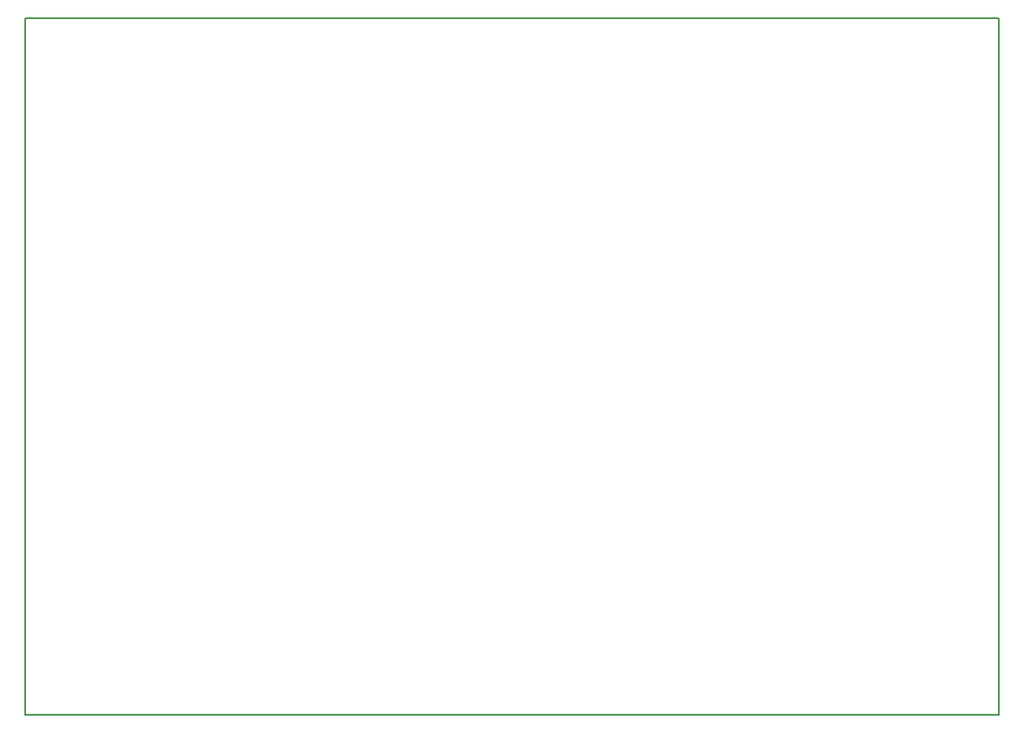
<source format=gm1>
G04 #@! TF.FileFunction,Profile,NP*
%FSLAX46Y46*%
G04 Gerber Fmt 4.6, Leading zero omitted, Abs format (unit mm)*
G04 Created by KiCad (PCBNEW 4.0.7-e2-6376~58~ubuntu16.04.1) date Mon Jan  1 18:29:55 2018*
%MOMM*%
%LPD*%
G01*
G04 APERTURE LIST*
%ADD10C,0.100000*%
%ADD11C,0.150000*%
G04 APERTURE END LIST*
D10*
D11*
X201000000Y-105000000D02*
X201000000Y-37000000D01*
X201000000Y-37000000D02*
X200000000Y-37000000D01*
X200000000Y-37000000D02*
X106000000Y-37000000D01*
X106000000Y-105000000D02*
X201000000Y-105000000D01*
X106000000Y-37000000D02*
X106000000Y-105000000D01*
M02*

</source>
